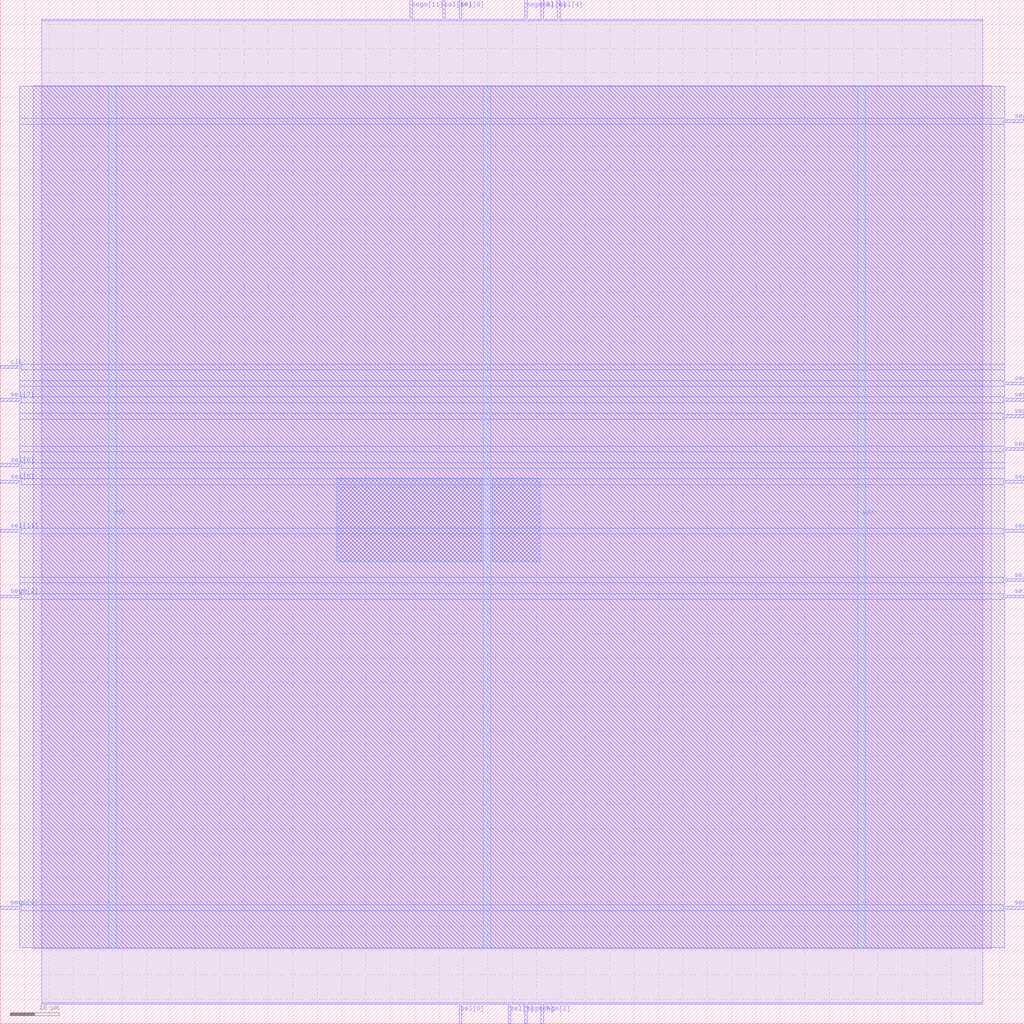
<source format=lef>
VERSION 5.7 ;
  NOWIREEXTENSIONATPIN ON ;
  DIVIDERCHAR "/" ;
  BUSBITCHARS "[]" ;
MACRO ita50
  CLASS BLOCK ;
  FOREIGN ita50 ;
  ORIGIN 0.000 0.000 ;
  SIZE 210.000 BY 210.000 ;
  PIN clk
    DIRECTION INPUT ;
    USE SIGNAL ;
    ANTENNAGATEAREA 4.738000 ;
    ANTENNADIFFAREA 0.410400 ;
    PORT
      LAYER Metal3 ;
        RECT 0.000 134.400 4.000 134.960 ;
    END
  END clk
  PIN segm[0]
    DIRECTION OUTPUT TRISTATE ;
    USE SIGNAL ;
    ANTENNADIFFAREA 0.360800 ;
    PORT
      LAYER Metal3 ;
        RECT 206.000 184.800 210.000 185.360 ;
    END
  END segm[0]
  PIN segm[10]
    DIRECTION OUTPUT TRISTATE ;
    USE SIGNAL ;
    ANTENNADIFFAREA 4.731200 ;
    PORT
      LAYER Metal3 ;
        RECT 206.000 100.800 210.000 101.360 ;
    END
  END segm[10]
  PIN segm[11]
    DIRECTION OUTPUT TRISTATE ;
    USE SIGNAL ;
    ANTENNADIFFAREA 4.731200 ;
    PORT
      LAYER Metal2 ;
        RECT 84.000 206.000 84.560 210.000 ;
    END
  END segm[11]
  PIN segm[12]
    DIRECTION OUTPUT TRISTATE ;
    USE SIGNAL ;
    ANTENNADIFFAREA 4.731200 ;
    PORT
      LAYER Metal3 ;
        RECT 206.000 117.600 210.000 118.160 ;
    END
  END segm[12]
  PIN segm[13]
    DIRECTION OUTPUT TRISTATE ;
    USE SIGNAL ;
    ANTENNADIFFAREA 4.731200 ;
    PORT
      LAYER Metal3 ;
        RECT 206.000 127.680 210.000 128.240 ;
    END
  END segm[13]
  PIN segm[1]
    DIRECTION OUTPUT TRISTATE ;
    USE SIGNAL ;
    ANTENNADIFFAREA 0.360800 ;
    PORT
      LAYER Metal3 ;
        RECT 206.000 23.520 210.000 24.080 ;
    END
  END segm[1]
  PIN segm[2]
    DIRECTION OUTPUT TRISTATE ;
    USE SIGNAL ;
    ANTENNADIFFAREA 4.731200 ;
    PORT
      LAYER Metal3 ;
        RECT 0.000 87.360 4.000 87.920 ;
    END
  END segm[2]
  PIN segm[3]
    DIRECTION OUTPUT TRISTATE ;
    USE SIGNAL ;
    ANTENNADIFFAREA 4.731200 ;
    PORT
      LAYER Metal2 ;
        RECT 110.880 0.000 111.440 4.000 ;
    END
  END segm[3]
  PIN segm[4]
    DIRECTION OUTPUT TRISTATE ;
    USE SIGNAL ;
    ANTENNADIFFAREA 0.360800 ;
    PORT
      LAYER Metal3 ;
        RECT 0.000 23.520 4.000 24.080 ;
    END
  END segm[4]
  PIN segm[5]
    DIRECTION OUTPUT TRISTATE ;
    USE SIGNAL ;
    ANTENNADIFFAREA 4.731200 ;
    PORT
      LAYER Metal2 ;
        RECT 107.520 0.000 108.080 4.000 ;
    END
  END segm[5]
  PIN segm[6]
    DIRECTION OUTPUT TRISTATE ;
    USE SIGNAL ;
    ANTENNADIFFAREA 4.731200 ;
    PORT
      LAYER Metal3 ;
        RECT 206.000 124.320 210.000 124.880 ;
    END
  END segm[6]
  PIN segm[7]
    DIRECTION OUTPUT TRISTATE ;
    USE SIGNAL ;
    ANTENNADIFFAREA 4.731200 ;
    PORT
      LAYER Metal3 ;
        RECT 206.000 110.880 210.000 111.440 ;
    END
  END segm[7]
  PIN segm[8]
    DIRECTION OUTPUT TRISTATE ;
    USE SIGNAL ;
    ANTENNADIFFAREA 4.731200 ;
    PORT
      LAYER Metal2 ;
        RECT 107.520 206.000 108.080 210.000 ;
    END
  END segm[8]
  PIN segm[9]
    DIRECTION OUTPUT TRISTATE ;
    USE SIGNAL ;
    ANTENNADIFFAREA 4.731200 ;
    PORT
      LAYER Metal3 ;
        RECT 206.000 131.040 210.000 131.600 ;
    END
  END segm[9]
  PIN sel[0]
    DIRECTION OUTPUT TRISTATE ;
    USE SIGNAL ;
    ANTENNADIFFAREA 4.731200 ;
    PORT
      LAYER Metal2 ;
        RECT 94.080 0.000 94.640 4.000 ;
    END
  END sel[0]
  PIN sel[10]
    DIRECTION OUTPUT TRISTATE ;
    USE SIGNAL ;
    ANTENNADIFFAREA 4.731200 ;
    PORT
      LAYER Metal2 ;
        RECT 90.720 206.000 91.280 210.000 ;
    END
  END sel[10]
  PIN sel[11]
    DIRECTION OUTPUT TRISTATE ;
    USE SIGNAL ;
    ANTENNADIFFAREA 4.731200 ;
    PORT
      LAYER Metal3 ;
        RECT 0.000 100.800 4.000 101.360 ;
    END
  END sel[11]
  PIN sel[1]
    DIRECTION OUTPUT TRISTATE ;
    USE SIGNAL ;
    ANTENNADIFFAREA 4.731200 ;
    PORT
      LAYER Metal2 ;
        RECT 104.160 0.000 104.720 4.000 ;
    END
  END sel[1]
  PIN sel[2]
    DIRECTION OUTPUT TRISTATE ;
    USE SIGNAL ;
    ANTENNADIFFAREA 4.731200 ;
    PORT
      LAYER Metal3 ;
        RECT 206.000 87.360 210.000 87.920 ;
    END
  END sel[2]
  PIN sel[3]
    DIRECTION OUTPUT TRISTATE ;
    USE SIGNAL ;
    ANTENNADIFFAREA 4.731200 ;
    PORT
      LAYER Metal3 ;
        RECT 206.000 90.720 210.000 91.280 ;
    END
  END sel[3]
  PIN sel[4]
    DIRECTION OUTPUT TRISTATE ;
    USE SIGNAL ;
    ANTENNADIFFAREA 4.731200 ;
    PORT
      LAYER Metal2 ;
        RECT 114.240 206.000 114.800 210.000 ;
    END
  END sel[4]
  PIN sel[5]
    DIRECTION OUTPUT TRISTATE ;
    USE SIGNAL ;
    ANTENNADIFFAREA 4.731200 ;
    PORT
      LAYER Metal3 ;
        RECT 0.000 110.880 4.000 111.440 ;
    END
  END sel[5]
  PIN sel[6]
    DIRECTION OUTPUT TRISTATE ;
    USE SIGNAL ;
    ANTENNADIFFAREA 4.731200 ;
    PORT
      LAYER Metal3 ;
        RECT 0.000 114.240 4.000 114.800 ;
    END
  END sel[6]
  PIN sel[7]
    DIRECTION OUTPUT TRISTATE ;
    USE SIGNAL ;
    ANTENNADIFFAREA 4.731200 ;
    PORT
      LAYER Metal3 ;
        RECT 0.000 127.680 4.000 128.240 ;
    END
  END sel[7]
  PIN sel[8]
    DIRECTION OUTPUT TRISTATE ;
    USE SIGNAL ;
    ANTENNADIFFAREA 4.731200 ;
    PORT
      LAYER Metal2 ;
        RECT 94.080 206.000 94.640 210.000 ;
    END
  END sel[8]
  PIN sel[9]
    DIRECTION OUTPUT TRISTATE ;
    USE SIGNAL ;
    ANTENNADIFFAREA 4.731200 ;
    PORT
      LAYER Metal2 ;
        RECT 110.880 206.000 111.440 210.000 ;
    END
  END sel[9]
  PIN vdd
    DIRECTION INOUT ;
    USE POWER ;
    PORT
      LAYER Metal4 ;
        RECT 22.240 15.380 23.840 192.380 ;
    END
    PORT
      LAYER Metal4 ;
        RECT 175.840 15.380 177.440 192.380 ;
    END
  END vdd
  PIN vss
    DIRECTION INOUT ;
    USE GROUND ;
    PORT
      LAYER Metal4 ;
        RECT 99.040 15.380 100.640 192.380 ;
    END
  END vss
  OBS
      LAYER Metal1 ;
        RECT 6.720 15.380 203.280 192.380 ;
      LAYER Metal2 ;
        RECT 8.540 205.700 83.700 206.000 ;
        RECT 84.860 205.700 90.420 206.000 ;
        RECT 91.580 205.700 93.780 206.000 ;
        RECT 94.940 205.700 107.220 206.000 ;
        RECT 108.380 205.700 110.580 206.000 ;
        RECT 111.740 205.700 113.940 206.000 ;
        RECT 115.100 205.700 201.460 206.000 ;
        RECT 8.540 4.300 201.460 205.700 ;
        RECT 8.540 4.000 93.780 4.300 ;
        RECT 94.940 4.000 103.860 4.300 ;
        RECT 105.020 4.000 107.220 4.300 ;
        RECT 108.380 4.000 110.580 4.300 ;
        RECT 111.740 4.000 201.460 4.300 ;
      LAYER Metal3 ;
        RECT 4.000 185.660 206.000 192.220 ;
        RECT 4.000 184.500 205.700 185.660 ;
        RECT 4.000 135.260 206.000 184.500 ;
        RECT 4.300 134.100 206.000 135.260 ;
        RECT 4.000 131.900 206.000 134.100 ;
        RECT 4.000 130.740 205.700 131.900 ;
        RECT 4.000 128.540 206.000 130.740 ;
        RECT 4.300 127.380 205.700 128.540 ;
        RECT 4.000 125.180 206.000 127.380 ;
        RECT 4.000 124.020 205.700 125.180 ;
        RECT 4.000 118.460 206.000 124.020 ;
        RECT 4.000 117.300 205.700 118.460 ;
        RECT 4.000 115.100 206.000 117.300 ;
        RECT 4.300 113.940 206.000 115.100 ;
        RECT 4.000 111.740 206.000 113.940 ;
        RECT 4.300 110.580 205.700 111.740 ;
        RECT 4.000 101.660 206.000 110.580 ;
        RECT 4.300 100.500 205.700 101.660 ;
        RECT 4.000 91.580 206.000 100.500 ;
        RECT 4.000 90.420 205.700 91.580 ;
        RECT 4.000 88.220 206.000 90.420 ;
        RECT 4.300 87.060 205.700 88.220 ;
        RECT 4.000 24.380 206.000 87.060 ;
        RECT 4.300 23.220 205.700 24.380 ;
        RECT 4.000 15.540 206.000 23.220 ;
      LAYER Metal4 ;
        RECT 69.020 94.730 98.740 111.910 ;
        RECT 100.940 94.730 110.740 111.910 ;
  END
END ita50
END LIBRARY


</source>
